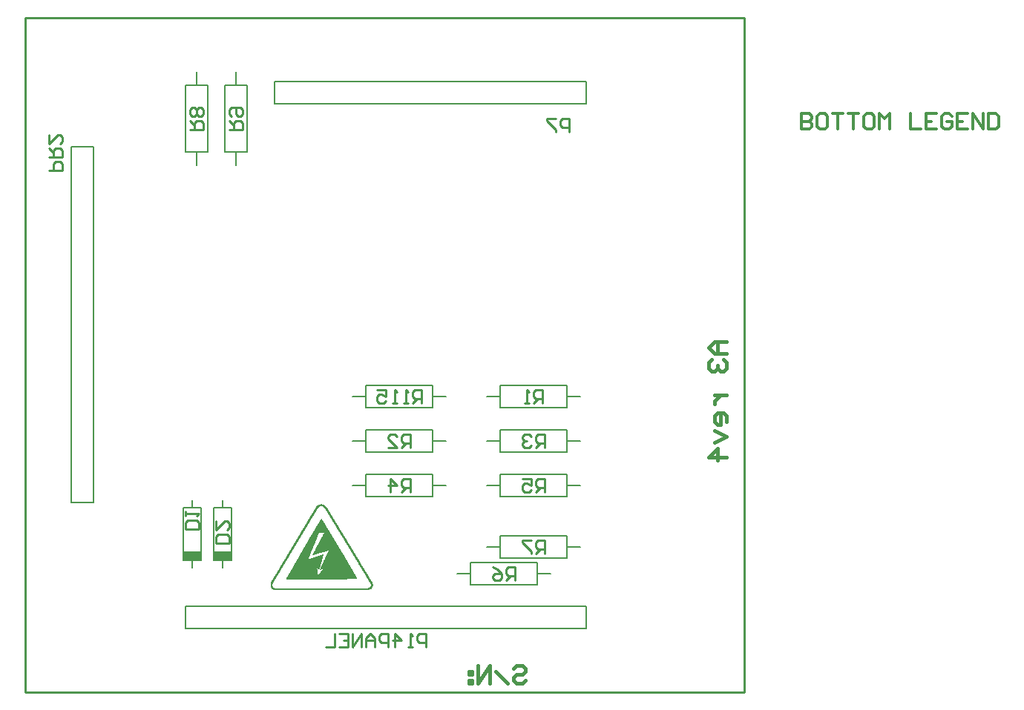
<source format=gbo>
G04 Layer_Color=16777215*
%FSLAX25Y25*%
%MOIN*%
G70*
G01*
G75*
%ADD12C,0.01200*%
%ADD32C,0.01600*%
%ADD36C,0.01000*%
%ADD37C,0.00400*%
%ADD57C,0.00787*%
%ADD58R,0.07874X0.03937*%
D12*
X348561Y260147D02*
Y253149D01*
X352060D01*
X353226Y254315D01*
Y255481D01*
X352060Y256648D01*
X348561D01*
X352060D01*
X353226Y257814D01*
Y258980D01*
X352060Y260147D01*
X348561D01*
X359057D02*
X356725D01*
X355558Y258980D01*
Y254315D01*
X356725Y253149D01*
X359057D01*
X360224Y254315D01*
Y258980D01*
X359057Y260147D01*
X362556D02*
X367221D01*
X364889D01*
Y253149D01*
X369554Y260147D02*
X374219D01*
X371886D01*
Y253149D01*
X380050Y260147D02*
X377718D01*
X376552Y258980D01*
Y254315D01*
X377718Y253149D01*
X380050D01*
X381217Y254315D01*
Y258980D01*
X380050Y260147D01*
X383549Y253149D02*
Y260147D01*
X385882Y257814D01*
X388214Y260147D01*
Y253149D01*
X397545Y260147D02*
Y253149D01*
X402210D01*
X409208Y260147D02*
X404542D01*
Y253149D01*
X409208D01*
X404542Y256648D02*
X406875D01*
X416206Y258980D02*
X415039Y260147D01*
X412707D01*
X411540Y258980D01*
Y254315D01*
X412707Y253149D01*
X415039D01*
X416206Y254315D01*
Y256648D01*
X413873D01*
X423203Y260147D02*
X418538D01*
Y253149D01*
X423203D01*
X418538Y256648D02*
X420871D01*
X425536Y253149D02*
Y260147D01*
X430201Y253149D01*
Y260147D01*
X432534D02*
Y253149D01*
X436032D01*
X437199Y254315D01*
Y258980D01*
X436032Y260147D01*
X432534D01*
D32*
X219078Y10601D02*
X220411Y11934D01*
X223077D01*
X224410Y10601D01*
Y9269D01*
X223077Y7936D01*
X220411D01*
X219078Y6603D01*
Y5270D01*
X220411Y3937D01*
X223077D01*
X224410Y5270D01*
X216412Y3937D02*
X211080Y9269D01*
X208415Y3937D02*
Y11934D01*
X203083Y3937D01*
Y11934D01*
X200417Y9269D02*
X199084D01*
Y7936D01*
X200417D01*
Y9269D01*
Y5270D02*
X199084D01*
Y3937D01*
X200417D01*
Y5270D01*
X314961Y157480D02*
X309629D01*
X306963Y154815D01*
X309629Y152149D01*
X314961D01*
X310962D01*
Y157480D01*
X308296Y149483D02*
X306963Y148150D01*
Y145484D01*
X308296Y144151D01*
X309629D01*
X310962Y145484D01*
Y146817D01*
Y145484D01*
X312295Y144151D01*
X313628D01*
X314961Y145484D01*
Y148150D01*
X313628Y149483D01*
X309629Y133488D02*
X314961D01*
X312295D01*
X310962Y132155D01*
X309629Y130822D01*
Y129489D01*
X314961Y121492D02*
Y124158D01*
X313628Y125491D01*
X310962D01*
X309629Y124158D01*
Y121492D01*
X310962Y120159D01*
X312295D01*
Y125491D01*
X309629Y117493D02*
X314961Y114828D01*
X309629Y112162D01*
X314961Y105497D02*
X306963D01*
X310962Y109496D01*
Y104164D01*
D36*
X322835Y0D02*
Y303150D01*
X0D02*
X322835D01*
X0Y0D02*
Y303150D01*
Y0D02*
X322835D01*
X77798Y73200D02*
X71800D01*
Y76199D01*
X72800Y77199D01*
X76798D01*
X77798Y76199D01*
Y73200D01*
X71800Y79198D02*
Y81197D01*
Y80198D01*
X77798D01*
X76798Y79198D01*
X91517Y67032D02*
X85519D01*
Y70031D01*
X86519Y71031D01*
X90517D01*
X91517Y70031D01*
Y67032D01*
X85519Y77029D02*
Y73030D01*
X89518Y77029D01*
X90517D01*
X91517Y76029D01*
Y74030D01*
X90517Y73030D01*
X91488Y252874D02*
X97486D01*
Y255873D01*
X96487Y256873D01*
X94487D01*
X93488Y255873D01*
Y252874D01*
Y254873D02*
X91488Y256873D01*
X92488Y258872D02*
X91488Y259872D01*
Y261871D01*
X92488Y262871D01*
X96487D01*
X97486Y261871D01*
Y259872D01*
X96487Y258872D01*
X95487D01*
X94487Y259872D01*
Y262871D01*
X10531Y234500D02*
X16530D01*
Y237499D01*
X15530Y238499D01*
X13531D01*
X12531Y237499D01*
Y234500D01*
X10531Y240498D02*
X16530D01*
Y243497D01*
X15530Y244497D01*
X13531D01*
X12531Y243497D01*
Y240498D01*
Y242497D02*
X10531Y244497D01*
Y250495D02*
Y246496D01*
X14530Y250495D01*
X15530D01*
X16530Y249495D01*
Y247496D01*
X15530Y246496D01*
X244094Y251969D02*
Y257967D01*
X241095D01*
X240096Y256967D01*
Y254967D01*
X241095Y253968D01*
X244094D01*
X238096Y257967D02*
X234098D01*
Y256967D01*
X238096Y252968D01*
Y251969D01*
X179921Y20079D02*
Y26077D01*
X176922D01*
X175923Y25077D01*
Y23078D01*
X176922Y22078D01*
X179921D01*
X173923Y20079D02*
X171924D01*
X172924D01*
Y26077D01*
X173923Y25077D01*
X165926Y20079D02*
Y26077D01*
X168925Y23078D01*
X164926D01*
X162927Y20079D02*
Y26077D01*
X159928D01*
X158928Y25077D01*
Y23078D01*
X159928Y22078D01*
X162927D01*
X156929Y20079D02*
Y24077D01*
X154929Y26077D01*
X152930Y24077D01*
Y20079D01*
Y23078D01*
X156929D01*
X150931Y20079D02*
Y26077D01*
X146932Y20079D01*
Y26077D01*
X140934D02*
X144933D01*
Y20079D01*
X140934D01*
X144933Y23078D02*
X142933D01*
X138935Y26077D02*
Y20079D01*
X134936D01*
X232268Y129736D02*
Y135734D01*
X229269D01*
X228269Y134735D01*
Y132735D01*
X229269Y131736D01*
X232268D01*
X230268D02*
X228269Y129736D01*
X226270D02*
X224270D01*
X225270D01*
Y135734D01*
X226270Y134735D01*
X172736Y109736D02*
Y115734D01*
X169737D01*
X168737Y114735D01*
Y112735D01*
X169737Y111736D01*
X172736D01*
X170737D02*
X168737Y109736D01*
X162740D02*
X166738D01*
X162740Y113735D01*
Y114735D01*
X163739Y115734D01*
X165738D01*
X166738Y114735D01*
X233268Y109736D02*
Y115734D01*
X230269D01*
X229269Y114735D01*
Y112735D01*
X230269Y111736D01*
X233268D01*
X231268D02*
X229269Y109736D01*
X227270Y114735D02*
X226270Y115734D01*
X224271D01*
X223271Y114735D01*
Y113735D01*
X224271Y112735D01*
X225270D01*
X224271D01*
X223271Y111736D01*
Y110736D01*
X224271Y109736D01*
X226270D01*
X227270Y110736D01*
X172736Y89736D02*
Y95734D01*
X169737D01*
X168737Y94735D01*
Y92735D01*
X169737Y91736D01*
X172736D01*
X170737D02*
X168737Y89736D01*
X163739D02*
Y95734D01*
X166738Y92735D01*
X162740D01*
X233268Y89736D02*
Y95734D01*
X230269D01*
X229269Y94735D01*
Y92735D01*
X230269Y91736D01*
X233268D01*
X231268D02*
X229269Y89736D01*
X223271Y95734D02*
X227270D01*
Y92735D01*
X225270Y93735D01*
X224271D01*
X223271Y92735D01*
Y90736D01*
X224271Y89736D01*
X226270D01*
X227270Y90736D01*
X219736Y50236D02*
Y56234D01*
X216737D01*
X215738Y55235D01*
Y53235D01*
X216737Y52236D01*
X219736D01*
X217737D02*
X215738Y50236D01*
X209739Y56234D02*
X211739Y55235D01*
X213738Y53235D01*
Y51236D01*
X212738Y50236D01*
X210739D01*
X209739Y51236D01*
Y52236D01*
X210739Y53235D01*
X213738D01*
X233268Y62236D02*
Y68234D01*
X230269D01*
X229269Y67235D01*
Y65235D01*
X230269Y64236D01*
X233268D01*
X231268D02*
X229269Y62236D01*
X227270Y68234D02*
X223271D01*
Y67235D01*
X227270Y63236D01*
Y62236D01*
X177736Y129736D02*
Y135734D01*
X174737D01*
X173738Y134735D01*
Y132735D01*
X174737Y131736D01*
X177736D01*
X175737D02*
X173738Y129736D01*
X171738D02*
X169739D01*
X170738D01*
Y135734D01*
X171738Y134735D01*
X166740Y129736D02*
X164740D01*
X165740D01*
Y135734D01*
X166740Y134735D01*
X157743Y135734D02*
X161741D01*
Y132735D01*
X159742Y133735D01*
X158742D01*
X157743Y132735D01*
Y130736D01*
X158742Y129736D01*
X160742D01*
X161741Y130736D01*
X73772Y252874D02*
X79770D01*
Y255873D01*
X78770Y256873D01*
X76771D01*
X75771Y255873D01*
Y252874D01*
Y254873D02*
X73772Y256873D01*
X78770Y258872D02*
X79770Y259872D01*
Y261871D01*
X78770Y262871D01*
X77770D01*
X76771Y261871D01*
X75771Y262871D01*
X74771D01*
X73772Y261871D01*
Y259872D01*
X74771Y258872D01*
X75771D01*
X76771Y259872D01*
X77770Y258872D01*
X78770D01*
X76771Y259872D02*
Y261871D01*
D37*
X132482Y84425D02*
X132904D01*
X132075Y84344D02*
X133391D01*
X131832Y84263D02*
X133635D01*
X131669Y84181D02*
X133798D01*
X131507Y84100D02*
X133960D01*
X131344Y84019D02*
X134042D01*
X131263Y83938D02*
X134204D01*
X131182Y83856D02*
X134285D01*
X133213Y83775D02*
X134367D01*
X131019D02*
X132173D01*
X133457Y83694D02*
X134448D01*
X130938D02*
X132010D01*
X133619Y83613D02*
X134529D01*
X130857D02*
X131848D01*
X133782Y83531D02*
X134610D01*
X130775D02*
X131685D01*
X133863Y83450D02*
X134692D01*
X130694D02*
X131523D01*
X134025Y83369D02*
X134773D01*
X130694D02*
X131441D01*
X134107Y83288D02*
X134854D01*
X130613D02*
X131360D01*
X134188Y83206D02*
X134935D01*
X130532D02*
X131279D01*
X134269Y83125D02*
X134935D01*
X130450D02*
X131198D01*
X134350Y83044D02*
X135017D01*
X130450D02*
X131116D01*
X134432Y82963D02*
X135098D01*
X130369D02*
X131035D01*
X134432Y82881D02*
X135098D01*
X130288D02*
X130954D01*
X134513Y82800D02*
X135179D01*
X130288D02*
X130954D01*
X134594Y82719D02*
X135260D01*
X130207D02*
X130873D01*
X134594Y82638D02*
X135260D01*
X130125D02*
X130791D01*
X134675Y82556D02*
X135342D01*
X130125D02*
X130791D01*
X134757Y82475D02*
X135342D01*
X130044D02*
X130710D01*
X134757Y82394D02*
X135423D01*
X130044D02*
X130629D01*
X134838Y82313D02*
X135504D01*
X129963D02*
X130629D01*
X134838Y82231D02*
X135504D01*
X129882D02*
X130548D01*
X134919Y82150D02*
X135585D01*
X129882D02*
X130548D01*
X135000Y82069D02*
X135585D01*
X129800D02*
X130466D01*
X135000Y81988D02*
X135667D01*
X129800D02*
X130385D01*
X135082Y81906D02*
X135748D01*
X129719D02*
X130385D01*
X135082Y81825D02*
X135748D01*
X129638D02*
X130304D01*
X135163Y81744D02*
X135829D01*
X129638D02*
X130304D01*
X135244Y81662D02*
X135829D01*
X129557D02*
X130223D01*
X135244Y81581D02*
X135910D01*
X129557D02*
X130141D01*
X135325Y81500D02*
X135992D01*
X129475D02*
X130141D01*
X135406Y81419D02*
X135992D01*
X129394D02*
X130060D01*
X135406Y81337D02*
X136073D01*
X129394D02*
X130060D01*
X135488Y81256D02*
X136154D01*
X129313D02*
X129979D01*
X135488Y81175D02*
X136154D01*
X129313D02*
X129898D01*
X135569Y81094D02*
X136235D01*
X129232D02*
X129898D01*
X135650Y81012D02*
X136235D01*
X129150D02*
X129816D01*
X135650Y80931D02*
X136317D01*
X129150D02*
X129816D01*
X135731Y80850D02*
X136398D01*
X129069D02*
X129735D01*
X135731Y80769D02*
X136398D01*
X129069D02*
X129654D01*
X135813Y80687D02*
X136479D01*
X128988D02*
X129654D01*
X135894Y80606D02*
X136479D01*
X128907D02*
X129573D01*
X135894Y80525D02*
X136560D01*
X128907D02*
X129573D01*
X135975Y80444D02*
X136642D01*
X128825D02*
X129491D01*
X135975Y80362D02*
X136642D01*
X128825D02*
X129410D01*
X136056Y80281D02*
X136723D01*
X128744D02*
X129410D01*
X136138Y80200D02*
X136723D01*
X128663D02*
X129329D01*
X136138Y80119D02*
X136804D01*
X128663D02*
X129329D01*
X136219Y80037D02*
X136885D01*
X128582D02*
X129248D01*
X136219Y79956D02*
X136885D01*
X128582D02*
X129166D01*
X136300Y79875D02*
X136967D01*
X128500D02*
X129166D01*
X136381Y79794D02*
X136967D01*
X128419D02*
X129085D01*
X136381Y79712D02*
X137048D01*
X128419D02*
X129085D01*
X136463Y79631D02*
X137129D01*
X128338D02*
X129004D01*
X136463Y79550D02*
X137129D01*
X128338D02*
X128923D01*
X136544Y79469D02*
X137210D01*
X128256D02*
X128923D01*
X136625Y79387D02*
X137210D01*
X128256D02*
X128841D01*
X136625Y79306D02*
X137292D01*
X128175D02*
X128841D01*
X136706Y79225D02*
X137373D01*
X128094D02*
X128760D01*
X136706Y79144D02*
X137373D01*
X128094D02*
X128679D01*
X136788Y79062D02*
X137454D01*
X128013D02*
X128679D01*
X136869Y78981D02*
X137454D01*
X128013D02*
X128598D01*
X136869Y78900D02*
X137535D01*
X127931D02*
X128598D01*
X136950Y78819D02*
X137617D01*
X127850D02*
X128516D01*
X137031Y78737D02*
X137617D01*
X127850D02*
X128435D01*
X137031Y78656D02*
X137698D01*
X127769D02*
X128435D01*
X137113Y78575D02*
X137698D01*
X127769D02*
X128354D01*
X137113Y78494D02*
X137779D01*
X127688D02*
X128354D01*
X137194Y78412D02*
X137860D01*
X127606D02*
X128273D01*
X137275Y78331D02*
X137860D01*
X127606D02*
X128191D01*
X137275Y78250D02*
X137942D01*
X127525D02*
X128191D01*
X137356Y78169D02*
X138023D01*
X127525D02*
X128110D01*
X137356Y78088D02*
X138023D01*
X127444D02*
X128110D01*
X137438Y78006D02*
X138104D01*
X127363D02*
X128029D01*
X137519Y77925D02*
X138104D01*
X127363D02*
X127948D01*
X137519Y77844D02*
X138185D01*
X132725D02*
X132741D01*
X127281D02*
X127948D01*
X137600Y77763D02*
X138267D01*
X132725D02*
X132823D01*
X127281D02*
X127866D01*
X137600Y77681D02*
X138267D01*
X132644D02*
X132823D01*
X127200D02*
X127866D01*
X137681Y77600D02*
X138348D01*
X132644D02*
X132904D01*
X127119D02*
X127785D01*
X137763Y77519D02*
X138348D01*
X132563D02*
X132904D01*
X127119D02*
X127704D01*
X137763Y77438D02*
X138429D01*
X132482D02*
X132985D01*
X127038D02*
X127704D01*
X137844Y77356D02*
X138510D01*
X132482D02*
X133066D01*
X127038D02*
X127623D01*
X137844Y77275D02*
X138510D01*
X132400D02*
X133066D01*
X126956D02*
X127623D01*
X137925Y77194D02*
X138592D01*
X132400D02*
X133148D01*
X126875D02*
X127541D01*
X138006Y77113D02*
X138592D01*
X132319D02*
X133148D01*
X126875D02*
X127460D01*
X138006Y77031D02*
X138673D01*
X132319D02*
X133229D01*
X126794D02*
X127460D01*
X138088Y76950D02*
X138754D01*
X132238D02*
X133310D01*
X126794D02*
X127379D01*
X138088Y76869D02*
X138754D01*
X132157D02*
X133310D01*
X126713D02*
X127379D01*
X138169Y76788D02*
X138835D01*
X132157D02*
X133391D01*
X126631D02*
X127298D01*
X138250Y76706D02*
X138835D01*
X132075D02*
X133391D01*
X126631D02*
X127298D01*
X138250Y76625D02*
X138917D01*
X132075D02*
X133473D01*
X126550D02*
X127216D01*
X138331Y76544D02*
X138998D01*
X131994D02*
X133554D01*
X126550D02*
X127135D01*
X138331Y76463D02*
X138998D01*
X131913D02*
X133554D01*
X126469D02*
X127135D01*
X138413Y76381D02*
X139079D01*
X131913D02*
X133635D01*
X126388D02*
X127054D01*
X138494Y76300D02*
X139079D01*
X131832D02*
X133716D01*
X126388D02*
X127054D01*
X138494Y76219D02*
X139160D01*
X131832D02*
X133716D01*
X126306D02*
X126973D01*
X138575Y76138D02*
X139242D01*
X131750D02*
X133798D01*
X126306D02*
X126892D01*
X138656Y76056D02*
X139242D01*
X131669D02*
X133798D01*
X126225D02*
X126892D01*
X138656Y75975D02*
X139323D01*
X131669D02*
X133879D01*
X126144D02*
X126810D01*
X138738Y75894D02*
X139323D01*
X131588D02*
X133960D01*
X126144D02*
X126810D01*
X138738Y75813D02*
X139404D01*
X131588D02*
X133960D01*
X126063D02*
X126729D01*
X138819Y75731D02*
X139485D01*
X131507D02*
X134042D01*
X126063D02*
X126648D01*
X138900Y75650D02*
X139485D01*
X131425D02*
X134042D01*
X125981D02*
X126648D01*
X138900Y75569D02*
X139567D01*
X131425D02*
X134123D01*
X125900D02*
X126567D01*
X138981Y75488D02*
X139648D01*
X131344D02*
X134204D01*
X125900D02*
X126567D01*
X138981Y75406D02*
X139648D01*
X131344D02*
X134204D01*
X125819D02*
X126485D01*
X139063Y75325D02*
X139729D01*
X131263D02*
X134285D01*
X125819D02*
X126404D01*
X139144Y75244D02*
X139729D01*
X131182D02*
X134285D01*
X125738D02*
X126404D01*
X139144Y75163D02*
X139810D01*
X131182D02*
X134367D01*
X125656D02*
X126323D01*
X139225Y75081D02*
X139892D01*
X131100D02*
X134448D01*
X125656D02*
X126323D01*
X139225Y75000D02*
X139892D01*
X131100D02*
X134448D01*
X125575D02*
X126242D01*
X139306Y74919D02*
X139973D01*
X131019D02*
X134529D01*
X125575D02*
X126160D01*
X139388Y74837D02*
X139973D01*
X130938D02*
X134529D01*
X125494D02*
X126160D01*
X139388Y74756D02*
X140054D01*
X130938D02*
X134610D01*
X125413D02*
X126079D01*
X139469Y74675D02*
X140135D01*
X130857D02*
X134692D01*
X125413D02*
X126079D01*
X139469Y74594D02*
X140135D01*
X130857D02*
X134692D01*
X125331D02*
X125998D01*
X139550Y74512D02*
X140217D01*
X130775D02*
X134773D01*
X125331D02*
X125917D01*
X139631Y74431D02*
X140217D01*
X130694D02*
X134773D01*
X125250D02*
X125917D01*
X139631Y74350D02*
X140298D01*
X130694D02*
X134854D01*
X125169D02*
X125835D01*
X139713Y74269D02*
X140379D01*
X130613D02*
X134935D01*
X125169D02*
X125835D01*
X139713Y74187D02*
X140379D01*
X130613D02*
X134935D01*
X125088D02*
X125754D01*
X139794Y74106D02*
X140460D01*
X130532D02*
X135017D01*
X125088D02*
X125673D01*
X139875Y74025D02*
X140460D01*
X130450D02*
X135098D01*
X125006D02*
X125673D01*
X139875Y73944D02*
X140542D01*
X130450D02*
X135098D01*
X124925D02*
X125592D01*
X139956Y73862D02*
X140623D01*
X130369D02*
X135179D01*
X124925D02*
X125592D01*
X139956Y73781D02*
X140623D01*
X130369D02*
X135179D01*
X124844D02*
X125510D01*
X140038Y73700D02*
X140704D01*
X130288D02*
X135260D01*
X124844D02*
X125429D01*
X140119Y73619D02*
X140704D01*
X130207D02*
X135342D01*
X124763D02*
X125429D01*
X140119Y73537D02*
X140785D01*
X130207D02*
X135342D01*
X124681D02*
X125348D01*
X140200Y73456D02*
X140866D01*
X130125D02*
X135423D01*
X124681D02*
X125348D01*
X140281Y73375D02*
X140866D01*
X130125D02*
X135423D01*
X124600D02*
X125267D01*
X140281Y73294D02*
X140948D01*
X130044D02*
X135504D01*
X124600D02*
X125185D01*
X140363Y73212D02*
X140948D01*
X129963D02*
X135585D01*
X124519D02*
X125185D01*
X140363Y73131D02*
X141029D01*
X129963D02*
X135585D01*
X124438D02*
X125104D01*
X140444Y73050D02*
X141110D01*
X129882D02*
X135667D01*
X124438D02*
X125104D01*
X140525Y72969D02*
X141110D01*
X129882D02*
X135667D01*
X124356D02*
X125023D01*
X140525Y72887D02*
X141191D01*
X129800D02*
X135748D01*
X124356D02*
X124942D01*
X140606Y72806D02*
X141273D01*
X129719D02*
X135829D01*
X124275D02*
X124942D01*
X140606Y72725D02*
X141273D01*
X129719D02*
X135829D01*
X124275D02*
X124860D01*
X140688Y72644D02*
X141354D01*
X129638D02*
X135910D01*
X124194D02*
X124860D01*
X140769Y72562D02*
X141354D01*
X129638D02*
X135910D01*
X124113D02*
X124779D01*
X140769Y72481D02*
X141435D01*
X129557D02*
X135992D01*
X124113D02*
X124698D01*
X140850Y72400D02*
X141516D01*
X129475D02*
X136073D01*
X124031D02*
X124698D01*
X140850Y72319D02*
X141516D01*
X129475D02*
X136073D01*
X124031D02*
X124617D01*
X140931Y72237D02*
X141598D01*
X129394D02*
X136154D01*
X123950D02*
X124617D01*
X141013Y72156D02*
X141598D01*
X129394D02*
X136154D01*
X123869D02*
X124535D01*
X141013Y72075D02*
X141679D01*
X129313D02*
X136235D01*
X123869D02*
X124454D01*
X141094Y71994D02*
X141760D01*
X129232D02*
X136317D01*
X123788D02*
X124454D01*
X141094Y71912D02*
X141760D01*
X129232D02*
X136317D01*
X123788D02*
X124373D01*
X141175Y71831D02*
X141841D01*
X134269D02*
X136398D01*
X129150D02*
X131604D01*
X123706D02*
X124373D01*
X141256Y71750D02*
X141841D01*
X134269D02*
X136398D01*
X129150D02*
X131523D01*
X123625D02*
X124292D01*
X141256Y71669D02*
X141923D01*
X134188D02*
X136479D01*
X129069D02*
X131441D01*
X123625D02*
X124210D01*
X141338Y71588D02*
X142004D01*
X134188D02*
X136560D01*
X128988D02*
X131441D01*
X123544D02*
X124210D01*
X141338Y71506D02*
X142004D01*
X134107D02*
X136560D01*
X128988D02*
X131360D01*
X123544D02*
X124129D01*
X141419Y71425D02*
X142085D01*
X134107D02*
X136642D01*
X128907D02*
X131360D01*
X123463D02*
X124129D01*
X141500Y71344D02*
X142085D01*
X134025D02*
X136723D01*
X128907D02*
X131360D01*
X123381D02*
X124048D01*
X141500Y71263D02*
X142166D01*
X133944D02*
X136723D01*
X128825D02*
X131279D01*
X123381D02*
X123967D01*
X141581Y71181D02*
X142248D01*
X133944D02*
X136804D01*
X128744D02*
X131279D01*
X123300D02*
X123967D01*
X141581Y71100D02*
X142248D01*
X133863D02*
X136804D01*
X128744D02*
X131198D01*
X123300D02*
X123885D01*
X141663Y71019D02*
X142329D01*
X133863D02*
X136885D01*
X128663D02*
X131198D01*
X123219D02*
X123885D01*
X141744Y70938D02*
X142329D01*
X133782D02*
X136967D01*
X128663D02*
X131116D01*
X123138D02*
X123804D01*
X141744Y70856D02*
X142410D01*
X133782D02*
X136967D01*
X128582D02*
X131116D01*
X123138D02*
X123723D01*
X141825Y70775D02*
X142491D01*
X133700D02*
X137048D01*
X128500D02*
X131116D01*
X123056D02*
X123723D01*
X141906Y70694D02*
X142491D01*
X133700D02*
X137048D01*
X128500D02*
X131035D01*
X123056D02*
X123642D01*
X141906Y70613D02*
X142573D01*
X133619D02*
X137129D01*
X128419D02*
X131035D01*
X122975D02*
X123642D01*
X141988Y70531D02*
X142573D01*
X133619D02*
X137210D01*
X128419D02*
X130954D01*
X122894D02*
X123560D01*
X141988Y70450D02*
X142654D01*
X133538D02*
X137210D01*
X128338D02*
X130954D01*
X122894D02*
X123560D01*
X142069Y70369D02*
X142735D01*
X133538D02*
X137292D01*
X128338D02*
X130954D01*
X122813D02*
X123479D01*
X142150Y70288D02*
X142735D01*
X133457D02*
X137292D01*
X128256D02*
X130873D01*
X122813D02*
X123398D01*
X142150Y70206D02*
X142816D01*
X133457D02*
X137373D01*
X128175D02*
X130873D01*
X122731D02*
X123398D01*
X142232Y70125D02*
X142898D01*
X133375D02*
X137454D01*
X128175D02*
X130791D01*
X122650D02*
X123317D01*
X142232Y70044D02*
X142898D01*
X133375D02*
X137454D01*
X128094D02*
X130791D01*
X122650D02*
X123317D01*
X142313Y69963D02*
X142979D01*
X133294D02*
X137535D01*
X128094D02*
X130791D01*
X122569D02*
X123235D01*
X142394Y69881D02*
X142979D01*
X133213D02*
X137535D01*
X128013D02*
X130710D01*
X122569D02*
X123154D01*
X142394Y69800D02*
X143060D01*
X133213D02*
X137617D01*
X127931D02*
X130710D01*
X122488D02*
X123154D01*
X142475Y69719D02*
X143141D01*
X133132D02*
X137698D01*
X127931D02*
X130629D01*
X122406D02*
X123073D01*
X142475Y69638D02*
X143141D01*
X133132D02*
X137698D01*
X127850D02*
X130629D01*
X122406D02*
X123073D01*
X142557Y69556D02*
X143223D01*
X133050D02*
X137779D01*
X127850D02*
X130629D01*
X122325D02*
X122992D01*
X142638Y69475D02*
X143223D01*
X133050D02*
X137779D01*
X127769D02*
X130548D01*
X122325D02*
X122910D01*
X142638Y69394D02*
X143304D01*
X132969D02*
X137860D01*
X127688D02*
X130548D01*
X122244D02*
X122910D01*
X142719Y69313D02*
X143385D01*
X132969D02*
X137942D01*
X127688D02*
X130466D01*
X122163D02*
X122829D01*
X142719Y69231D02*
X143385D01*
X132888D02*
X137942D01*
X127606D02*
X130466D01*
X122163D02*
X122829D01*
X142800Y69150D02*
X143466D01*
X132888D02*
X138023D01*
X127606D02*
X130385D01*
X122081D02*
X122748D01*
X142882Y69069D02*
X143466D01*
X132807D02*
X138104D01*
X127525D02*
X130385D01*
X122081D02*
X122667D01*
X142882Y68988D02*
X143548D01*
X132807D02*
X138104D01*
X127444D02*
X130385D01*
X122000D02*
X122667D01*
X142963Y68906D02*
X143629D01*
X132725D02*
X138185D01*
X127444D02*
X130304D01*
X121919D02*
X122585D01*
X142963Y68825D02*
X143629D01*
X132725D02*
X138185D01*
X127363D02*
X130304D01*
X121919D02*
X122585D01*
X143044Y68744D02*
X143710D01*
X132644D02*
X138267D01*
X127363D02*
X130223D01*
X121838D02*
X122504D01*
X143125Y68663D02*
X143710D01*
X132563D02*
X138348D01*
X127281D02*
X130223D01*
X121838D02*
X122423D01*
X143125Y68581D02*
X143791D01*
X132563D02*
X138348D01*
X127200D02*
X130223D01*
X121756D02*
X122423D01*
X143207Y68500D02*
X143873D01*
X132482D02*
X138429D01*
X127200D02*
X130141D01*
X121675D02*
X122342D01*
X143207Y68419D02*
X143873D01*
X132482D02*
X138429D01*
X127119D02*
X130141D01*
X121675D02*
X122342D01*
X143288Y68338D02*
X143954D01*
X132400D02*
X138510D01*
X127119D02*
X130060D01*
X121594D02*
X122260D01*
X143369Y68256D02*
X143954D01*
X132400D02*
X138592D01*
X127038D02*
X130060D01*
X121594D02*
X122179D01*
X143369Y68175D02*
X144035D01*
X132319D02*
X138592D01*
X126956D02*
X130060D01*
X121513D02*
X122179D01*
X143450Y68094D02*
X144116D01*
X132319D02*
X138673D01*
X126956D02*
X129979D01*
X121432D02*
X122098D01*
X143532Y68012D02*
X144116D01*
X132238D02*
X138673D01*
X126875D02*
X129979D01*
X121432D02*
X122098D01*
X143532Y67931D02*
X144198D01*
X132238D02*
X138754D01*
X126875D02*
X129898D01*
X121350D02*
X122017D01*
X143613Y67850D02*
X144198D01*
X132157D02*
X138835D01*
X126794D02*
X129898D01*
X121350D02*
X121935D01*
X143613Y67769D02*
X144279D01*
X132157D02*
X138835D01*
X126713D02*
X129898D01*
X121269D02*
X121935D01*
X143694Y67687D02*
X144360D01*
X132075D02*
X138917D01*
X126713D02*
X129816D01*
X121188D02*
X121854D01*
X143775Y67606D02*
X144360D01*
X132075D02*
X138917D01*
X126631D02*
X129816D01*
X121188D02*
X121854D01*
X143775Y67525D02*
X144441D01*
X131994D02*
X138998D01*
X126631D02*
X129735D01*
X121107D02*
X121773D01*
X143857Y67444D02*
X144523D01*
X131994D02*
X139079D01*
X126550D02*
X129735D01*
X121107D02*
X121692D01*
X143857Y67362D02*
X144523D01*
X131913D02*
X139079D01*
X126550D02*
X129735D01*
X121025D02*
X121692D01*
X143938Y67281D02*
X144604D01*
X131832D02*
X139160D01*
X126469D02*
X129654D01*
X120944D02*
X121610D01*
X144019Y67200D02*
X144604D01*
X131832D02*
X139160D01*
X126388D02*
X129654D01*
X120944D02*
X121610D01*
X144019Y67119D02*
X144685D01*
X131750D02*
X139242D01*
X126388D02*
X129573D01*
X120863D02*
X121529D01*
X144100Y67037D02*
X144766D01*
X131750D02*
X139323D01*
X126306D02*
X129573D01*
X120863D02*
X121448D01*
X144100Y66956D02*
X144766D01*
X131669D02*
X139323D01*
X126306D02*
X129491D01*
X120782D02*
X121448D01*
X144182Y66875D02*
X144848D01*
X131669D02*
X139404D01*
X126225D02*
X129491D01*
X120700D02*
X121367D01*
X144263Y66794D02*
X144848D01*
X131588D02*
X139404D01*
X126225D02*
X129491D01*
X120700D02*
X121367D01*
X144263Y66712D02*
X144929D01*
X131588D02*
X139485D01*
X126144D02*
X129410D01*
X120619D02*
X121285D01*
X144344Y66631D02*
X145010D01*
X131507D02*
X139567D01*
X126063D02*
X129410D01*
X120619D02*
X121204D01*
X144344Y66550D02*
X145010D01*
X131507D02*
X139567D01*
X126063D02*
X129329D01*
X120538D02*
X121204D01*
X144425Y66469D02*
X145091D01*
X131425D02*
X139648D01*
X125981D02*
X129329D01*
X120538D02*
X121123D01*
X144507Y66387D02*
X145091D01*
X131425D02*
X139729D01*
X125981D02*
X129329D01*
X120457D02*
X121123D01*
X144507Y66306D02*
X145173D01*
X131344D02*
X139729D01*
X125900D02*
X129248D01*
X120375D02*
X121042D01*
X144588Y66225D02*
X145254D01*
X131344D02*
X139810D01*
X125900D02*
X129248D01*
X120375D02*
X120960D01*
X144588Y66144D02*
X145254D01*
X131263D02*
X139810D01*
X125819D02*
X129166D01*
X120294D02*
X120960D01*
X144669Y66062D02*
X145335D01*
X131263D02*
X139892D01*
X125738D02*
X129166D01*
X120294D02*
X120879D01*
X144750Y65981D02*
X145335D01*
X131182D02*
X139973D01*
X125738D02*
X129166D01*
X120213D02*
X120879D01*
X144750Y65900D02*
X145416D01*
X131100D02*
X139973D01*
X125656D02*
X129085D01*
X120132D02*
X120798D01*
X144832Y65819D02*
X145498D01*
X131100D02*
X140054D01*
X125656D02*
X129085D01*
X120132D02*
X120717D01*
X144832Y65737D02*
X145498D01*
X131019D02*
X140054D01*
X125575D02*
X129004D01*
X120050D02*
X120717D01*
X144913Y65656D02*
X145579D01*
X131019D02*
X140135D01*
X125575D02*
X129004D01*
X120050D02*
X120635D01*
X144994Y65575D02*
X145579D01*
X130938D02*
X140217D01*
X125494D02*
X129004D01*
X119969D02*
X120635D01*
X144994Y65494D02*
X145660D01*
X130938D02*
X140217D01*
X125413D02*
X128923D01*
X119888D02*
X120554D01*
X145075Y65412D02*
X145741D01*
X130857D02*
X140298D01*
X125413D02*
X128923D01*
X119888D02*
X120473D01*
X145157Y65331D02*
X145741D01*
X130857D02*
X140298D01*
X125331D02*
X128841D01*
X119807D02*
X120473D01*
X145157Y65250D02*
X145823D01*
X130775D02*
X140379D01*
X125331D02*
X128841D01*
X119807D02*
X120391D01*
X145238Y65169D02*
X145823D01*
X130775D02*
X140460D01*
X125250D02*
X128760D01*
X119725D02*
X120391D01*
X145238Y65087D02*
X145904D01*
X130694D02*
X140460D01*
X125250D02*
X128760D01*
X119644D02*
X120310D01*
X145319Y65006D02*
X145985D01*
X130694D02*
X140542D01*
X125169D02*
X128760D01*
X119644D02*
X120229D01*
X145400Y64925D02*
X145985D01*
X130613D02*
X140542D01*
X125088D02*
X128679D01*
X119563D02*
X120229D01*
X145400Y64844D02*
X146066D01*
X130613D02*
X140623D01*
X125088D02*
X128679D01*
X119563D02*
X120148D01*
X145482Y64763D02*
X146148D01*
X130532D02*
X140704D01*
X125006D02*
X128598D01*
X119482D02*
X120148D01*
X145482Y64681D02*
X146148D01*
X130532D02*
X140704D01*
X125006D02*
X128598D01*
X119400D02*
X120066D01*
X145563Y64600D02*
X146229D01*
X130450D02*
X140785D01*
X124925D02*
X128598D01*
X119400D02*
X119985D01*
X145644Y64519D02*
X146229D01*
X130369D02*
X140785D01*
X124925D02*
X128516D01*
X119319D02*
X119985D01*
X145644Y64438D02*
X146310D01*
X130369D02*
X140866D01*
X124844D02*
X128516D01*
X119319D02*
X119904D01*
X145725Y64356D02*
X146391D01*
X130288D02*
X140948D01*
X124763D02*
X128435D01*
X119238D02*
X119904D01*
X145725Y64275D02*
X146391D01*
X130288D02*
X140948D01*
X124763D02*
X128435D01*
X119157D02*
X119823D01*
X145807Y64194D02*
X146473D01*
X130207D02*
X141029D01*
X124681D02*
X128435D01*
X119157D02*
X119741D01*
X145888Y64113D02*
X146473D01*
X130207D02*
X141110D01*
X124681D02*
X128354D01*
X119075D02*
X119741D01*
X145888Y64031D02*
X146554D01*
X136381D02*
X141110D01*
X130125D02*
X136154D01*
X124600D02*
X128354D01*
X119075D02*
X119660D01*
X145969Y63950D02*
X146635D01*
X136300D02*
X141191D01*
X130125D02*
X135910D01*
X124600D02*
X128273D01*
X118994D02*
X119660D01*
X145969Y63869D02*
X146635D01*
X136300D02*
X141191D01*
X130044D02*
X135585D01*
X124519D02*
X128273D01*
X118913D02*
X119579D01*
X146050Y63788D02*
X146716D01*
X136300D02*
X141273D01*
X130044D02*
X135342D01*
X124438D02*
X128273D01*
X118913D02*
X119579D01*
X146132Y63706D02*
X146716D01*
X136219D02*
X141354D01*
X129963D02*
X135098D01*
X124438D02*
X128191D01*
X118832D02*
X119498D01*
X146132Y63625D02*
X146798D01*
X136219D02*
X141354D01*
X129963D02*
X134854D01*
X124356D02*
X128191D01*
X118832D02*
X119416D01*
X146213Y63544D02*
X146879D01*
X136138D02*
X141435D01*
X129882D02*
X134610D01*
X124356D02*
X128110D01*
X118750D02*
X119416D01*
X146213Y63463D02*
X146879D01*
X136138D02*
X141435D01*
X129882D02*
X134285D01*
X124275D02*
X128110D01*
X118669D02*
X119335D01*
X146294Y63381D02*
X146960D01*
X136056D02*
X141516D01*
X129800D02*
X134042D01*
X124275D02*
X128029D01*
X118669D02*
X119335D01*
X146375Y63300D02*
X146960D01*
X136056D02*
X141598D01*
X129719D02*
X133798D01*
X124194D02*
X128029D01*
X118588D02*
X119254D01*
X146375Y63219D02*
X147041D01*
X135975D02*
X141598D01*
X129719D02*
X133554D01*
X124113D02*
X128029D01*
X118588D02*
X119173D01*
X146457Y63138D02*
X147123D01*
X135975D02*
X141679D01*
X129638D02*
X133229D01*
X124113D02*
X127948D01*
X118507D02*
X119173D01*
X146457Y63056D02*
X147123D01*
X135894D02*
X141679D01*
X129638D02*
X132985D01*
X124031D02*
X127948D01*
X118425D02*
X119091D01*
X146538Y62975D02*
X147204D01*
X135894D02*
X141760D01*
X129557D02*
X132741D01*
X124031D02*
X127866D01*
X118425D02*
X119091D01*
X146619Y62894D02*
X147204D01*
X135813D02*
X141841D01*
X129557D02*
X132498D01*
X123950D02*
X127866D01*
X118344D02*
X119010D01*
X146619Y62813D02*
X147285D01*
X135813D02*
X141841D01*
X129475D02*
X132173D01*
X123950D02*
X127866D01*
X118344D02*
X118929D01*
X146700Y62731D02*
X147366D01*
X135731D02*
X141923D01*
X129475D02*
X131929D01*
X123869D02*
X127785D01*
X118263D02*
X118929D01*
X146782Y62650D02*
X147366D01*
X135731D02*
X141923D01*
X129394D02*
X131685D01*
X123788D02*
X127785D01*
X118182D02*
X118848D01*
X146782Y62569D02*
X147448D01*
X135731D02*
X142004D01*
X129394D02*
X131441D01*
X123788D02*
X127704D01*
X118182D02*
X118848D01*
X146863Y62488D02*
X147448D01*
X135650D02*
X142085D01*
X129313D02*
X131198D01*
X123706D02*
X127704D01*
X118100D02*
X118766D01*
X146863Y62406D02*
X147529D01*
X135650D02*
X142085D01*
X129313D02*
X130873D01*
X123706D02*
X127704D01*
X118100D02*
X118685D01*
X146944Y62325D02*
X147610D01*
X135569D02*
X142166D01*
X129232D02*
X130629D01*
X123625D02*
X127623D01*
X118019D02*
X118685D01*
X147025Y62244D02*
X147610D01*
X135569D02*
X142166D01*
X129232D02*
X130385D01*
X123625D02*
X127623D01*
X117938D02*
X118604D01*
X147025Y62163D02*
X147692D01*
X135488D02*
X142248D01*
X129150D02*
X130141D01*
X123544D02*
X127541D01*
X117938D02*
X118604D01*
X147107Y62081D02*
X147773D01*
X135488D02*
X142329D01*
X129150D02*
X129816D01*
X123463D02*
X127541D01*
X117857D02*
X118523D01*
X147107Y62000D02*
X147773D01*
X135406D02*
X142329D01*
X129069D02*
X129573D01*
X123463D02*
X127541D01*
X117857D02*
X118441D01*
X147188Y61919D02*
X147854D01*
X135406D02*
X142410D01*
X133457D02*
X133473D01*
X128988D02*
X129329D01*
X123381D02*
X127460D01*
X117775D02*
X118441D01*
X147269Y61838D02*
X147854D01*
X135325D02*
X142410D01*
X133213D02*
X133473D01*
X128988D02*
X129085D01*
X123381D02*
X127460D01*
X117694D02*
X118360D01*
X147269Y61756D02*
X147935D01*
X135325D02*
X142491D01*
X133050D02*
X133473D01*
X123300D02*
X127379D01*
X117694D02*
X118360D01*
X147350Y61675D02*
X148017D01*
X135244D02*
X142573D01*
X132807D02*
X133391D01*
X123300D02*
X127379D01*
X117613D02*
X118279D01*
X147350Y61594D02*
X148017D01*
X135244D02*
X142573D01*
X132563D02*
X133391D01*
X123219D02*
X127298D01*
X117613D02*
X118198D01*
X147432Y61513D02*
X148098D01*
X135163D02*
X142654D01*
X132319D02*
X133391D01*
X123138D02*
X127298D01*
X117532D02*
X118198D01*
X147513Y61431D02*
X148098D01*
X135163D02*
X142735D01*
X132075D02*
X133391D01*
X123138D02*
X127298D01*
X117450D02*
X118116D01*
X147513Y61350D02*
X148179D01*
X135163D02*
X142735D01*
X131832D02*
X133310D01*
X123056D02*
X127216D01*
X117450D02*
X118116D01*
X147594Y61269D02*
X148260D01*
X135082D02*
X142816D01*
X131588D02*
X133310D01*
X123056D02*
X127216D01*
X117369D02*
X118035D01*
X147594Y61187D02*
X148260D01*
X135082D02*
X142816D01*
X131344D02*
X133310D01*
X122975D02*
X127135D01*
X117369D02*
X117954D01*
X147675Y61106D02*
X148342D01*
X135000D02*
X142898D01*
X131100D02*
X133310D01*
X122975D02*
X127135D01*
X117288D02*
X117954D01*
X147757Y61025D02*
X148342D01*
X135000D02*
X142979D01*
X130857D02*
X133229D01*
X122894D02*
X127135D01*
X117207D02*
X117873D01*
X147757Y60944D02*
X148423D01*
X134919D02*
X142979D01*
X130613D02*
X133229D01*
X122813D02*
X127054D01*
X117207D02*
X117873D01*
X147838Y60862D02*
X148504D01*
X134919D02*
X143060D01*
X130369D02*
X133229D01*
X122813D02*
X127054D01*
X117125D02*
X117791D01*
X147838Y60781D02*
X148504D01*
X134838D02*
X143060D01*
X130125D02*
X133148D01*
X122731D02*
X126973D01*
X117125D02*
X117710D01*
X147919Y60700D02*
X148585D01*
X134838D02*
X143141D01*
X129882D02*
X133148D01*
X122731D02*
X126973D01*
X117044D02*
X117710D01*
X148000Y60619D02*
X148585D01*
X134757D02*
X143141D01*
X129638D02*
X133148D01*
X122650D02*
X126973D01*
X116963D02*
X117629D01*
X148000Y60537D02*
X148667D01*
X134757D02*
X143223D01*
X129394D02*
X133148D01*
X122650D02*
X126892D01*
X116963D02*
X117629D01*
X148082Y60456D02*
X148748D01*
X134675D02*
X143304D01*
X129232D02*
X133066D01*
X122569D02*
X126892D01*
X116882D02*
X117548D01*
X148082Y60375D02*
X148748D01*
X134675D02*
X143304D01*
X128988D02*
X133066D01*
X122488D02*
X126810D01*
X116882D02*
X117466D01*
X148163Y60294D02*
X148829D01*
X134594D02*
X143385D01*
X128744D02*
X133066D01*
X122488D02*
X126810D01*
X116800D02*
X117466D01*
X148244Y60212D02*
X148829D01*
X134594D02*
X143385D01*
X128500D02*
X133066D01*
X122406D02*
X126810D01*
X116719D02*
X117385D01*
X148244Y60131D02*
X148910D01*
X134594D02*
X143466D01*
X128256D02*
X132985D01*
X122406D02*
X126729D01*
X116719D02*
X117385D01*
X148325Y60050D02*
X148992D01*
X134513D02*
X143548D01*
X128013D02*
X132985D01*
X122325D02*
X126729D01*
X116638D02*
X117304D01*
X148407Y59969D02*
X148992D01*
X134513D02*
X143548D01*
X127769D02*
X132985D01*
X122325D02*
X126648D01*
X116638D02*
X117223D01*
X148407Y59887D02*
X149073D01*
X134432D02*
X143629D01*
X127525D02*
X132985D01*
X122244D02*
X126648D01*
X116557D02*
X117223D01*
X148488Y59806D02*
X149073D01*
X134432D02*
X143629D01*
X127281D02*
X132904D01*
X122163D02*
X126567D01*
X116557D02*
X117141D01*
X148488Y59725D02*
X149154D01*
X134350D02*
X143710D01*
X127038D02*
X132904D01*
X122163D02*
X126567D01*
X116475D02*
X117141D01*
X148569Y59644D02*
X149235D01*
X134350D02*
X143710D01*
X126794D02*
X132904D01*
X122081D02*
X126567D01*
X116394D02*
X117060D01*
X148650Y59562D02*
X149235D01*
X134269D02*
X143791D01*
X122081D02*
X132823D01*
X116394D02*
X116979D01*
X148650Y59481D02*
X149317D01*
X134269D02*
X143873D01*
X122000D02*
X132823D01*
X116313D02*
X116979D01*
X148732Y59400D02*
X149398D01*
X134188D02*
X143873D01*
X122000D02*
X132823D01*
X116313D02*
X116898D01*
X148732Y59319D02*
X149398D01*
X134188D02*
X143954D01*
X121919D02*
X132823D01*
X116232D02*
X116898D01*
X148813Y59237D02*
X149479D01*
X134107D02*
X143954D01*
X121838D02*
X132741D01*
X116150D02*
X116816D01*
X148894Y59156D02*
X149479D01*
X134107D02*
X144035D01*
X121838D02*
X132741D01*
X116150D02*
X116735D01*
X148894Y59075D02*
X149560D01*
X134025D02*
X144116D01*
X121756D02*
X132741D01*
X116069D02*
X116735D01*
X148975Y58994D02*
X149642D01*
X134025D02*
X144116D01*
X121756D02*
X132741D01*
X116069D02*
X116654D01*
X148975Y58912D02*
X149642D01*
X134025D02*
X144198D01*
X121675D02*
X132660D01*
X115988D02*
X116654D01*
X149056Y58831D02*
X149723D01*
X133944D02*
X144198D01*
X121675D02*
X132660D01*
X115907D02*
X116573D01*
X149138Y58750D02*
X149723D01*
X133944D02*
X144279D01*
X121594D02*
X132660D01*
X115907D02*
X116491D01*
X149138Y58669D02*
X149804D01*
X133863D02*
X144279D01*
X121513D02*
X132579D01*
X115825D02*
X116491D01*
X149219Y58587D02*
X149885D01*
X133863D02*
X144360D01*
X121513D02*
X132579D01*
X115825D02*
X116410D01*
X149219Y58506D02*
X149885D01*
X133782D02*
X144441D01*
X121432D02*
X132579D01*
X115744D02*
X116410D01*
X149300Y58425D02*
X149967D01*
X133782D02*
X144441D01*
X121432D02*
X132579D01*
X115663D02*
X116329D01*
X149381Y58344D02*
X149967D01*
X133700D02*
X144523D01*
X121350D02*
X132498D01*
X115663D02*
X116248D01*
X149381Y58262D02*
X150048D01*
X133700D02*
X144523D01*
X121350D02*
X132498D01*
X115582D02*
X116248D01*
X149463Y58181D02*
X150129D01*
X133619D02*
X144604D01*
X121269D02*
X132498D01*
X115582D02*
X116166D01*
X149463Y58100D02*
X150129D01*
X133619D02*
X144604D01*
X121188D02*
X132498D01*
X115500D02*
X116166D01*
X149544Y58019D02*
X150210D01*
X133538D02*
X144685D01*
X121188D02*
X132416D01*
X115419D02*
X116085D01*
X149625Y57938D02*
X150210D01*
X133538D02*
X144766D01*
X121107D02*
X132416D01*
X115419D02*
X116004D01*
X149625Y57856D02*
X150292D01*
X133538D02*
X144766D01*
X121107D02*
X132416D01*
X115338D02*
X116004D01*
X149706Y57775D02*
X150373D01*
X133457D02*
X144848D01*
X121025D02*
X132416D01*
X115338D02*
X115923D01*
X149706Y57694D02*
X150373D01*
X133457D02*
X144848D01*
X121025D02*
X132335D01*
X115257D02*
X115923D01*
X149788Y57613D02*
X150454D01*
X133375D02*
X144929D01*
X120944D02*
X132335D01*
X115175D02*
X115841D01*
X149869Y57531D02*
X150454D01*
X133375D02*
X145010D01*
X120863D02*
X132335D01*
X115175D02*
X115841D01*
X149869Y57450D02*
X150535D01*
X133294D02*
X145010D01*
X120863D02*
X132254D01*
X115094D02*
X115760D01*
X149950Y57369D02*
X150617D01*
X133294D02*
X145091D01*
X120782D02*
X132254D01*
X115094D02*
X115679D01*
X150031Y57288D02*
X150617D01*
X133213D02*
X145091D01*
X120782D02*
X132254D01*
X115013D02*
X115679D01*
X150031Y57206D02*
X150698D01*
X133213D02*
X145173D01*
X120700D02*
X132254D01*
X114931D02*
X115598D01*
X150113Y57125D02*
X150698D01*
X133132D02*
X145173D01*
X120700D02*
X132173D01*
X114931D02*
X115598D01*
X150113Y57044D02*
X150779D01*
X133132D02*
X145254D01*
X120619D02*
X132173D01*
X114850D02*
X115516D01*
X150194Y56963D02*
X150860D01*
X133050D02*
X145335D01*
X120538D02*
X132173D01*
X114850D02*
X115435D01*
X150275Y56881D02*
X150860D01*
X133050D02*
X145335D01*
X120538D02*
X132173D01*
X114769D02*
X115435D01*
X150275Y56800D02*
X150942D01*
X132969D02*
X145416D01*
X120457D02*
X132091D01*
X114688D02*
X115354D01*
X150356Y56719D02*
X151023D01*
X132969D02*
X145416D01*
X120457D02*
X132091D01*
X114688D02*
X115354D01*
X150356Y56638D02*
X151023D01*
X132969D02*
X145498D01*
X120375D02*
X132091D01*
X114606D02*
X115273D01*
X150438Y56556D02*
X151104D01*
X132888D02*
X145579D01*
X120375D02*
X132010D01*
X114606D02*
X115191D01*
X150519Y56475D02*
X151104D01*
X132888D02*
X145579D01*
X120294D02*
X132010D01*
X114525D02*
X115191D01*
X150519Y56394D02*
X151185D01*
X132807D02*
X145660D01*
X120213D02*
X132010D01*
X114444D02*
X115110D01*
X150600Y56313D02*
X151267D01*
X132807D02*
X145660D01*
X120213D02*
X132010D01*
X114444D02*
X115110D01*
X150600Y56231D02*
X151267D01*
X132725D02*
X145741D01*
X120132D02*
X131929D01*
X114363D02*
X115029D01*
X150681Y56150D02*
X151348D01*
X132725D02*
X145741D01*
X130694D02*
X131929D01*
X120132D02*
X130548D01*
X114363D02*
X114948D01*
X150763Y56069D02*
X151348D01*
X132644D02*
X145823D01*
X130857D02*
X131929D01*
X120050D02*
X130548D01*
X114281D02*
X114948D01*
X150763Y55988D02*
X151429D01*
X132644D02*
X145904D01*
X130938D02*
X131929D01*
X120050D02*
X130548D01*
X114200D02*
X114866D01*
X150844Y55906D02*
X151510D01*
X132563D02*
X145904D01*
X131019D02*
X131848D01*
X119969D02*
X130548D01*
X114200D02*
X114866D01*
X150844Y55825D02*
X151510D01*
X132563D02*
X145985D01*
X131182D02*
X131848D01*
X119888D02*
X130548D01*
X114119D02*
X114785D01*
X150925Y55744D02*
X151592D01*
X132482D02*
X145985D01*
X131263D02*
X131848D01*
X119888D02*
X130629D01*
X114119D02*
X114704D01*
X151006Y55663D02*
X151592D01*
X132482D02*
X146066D01*
X131344D02*
X131848D01*
X119807D02*
X130629D01*
X114038D02*
X114704D01*
X151006Y55581D02*
X151673D01*
X133863D02*
X146066D01*
X132400D02*
X133635D01*
X131425D02*
X131766D01*
X119807D02*
X130629D01*
X113956D02*
X114623D01*
X151088Y55500D02*
X151754D01*
X137031D02*
X146148D01*
X132400D02*
X133310D01*
X131588D02*
X131766D01*
X119725D02*
X130629D01*
X113956D02*
X114623D01*
X151088Y55419D02*
X151754D01*
X133782D02*
X146229D01*
X132400D02*
X132985D01*
X131669D02*
X131766D01*
X119725D02*
X130629D01*
X113875D02*
X114541D01*
X151169Y55338D02*
X151835D01*
X133700D02*
X146229D01*
X132319D02*
X132579D01*
X119644D02*
X130629D01*
X113875D02*
X114460D01*
X151250Y55256D02*
X151835D01*
X133619D02*
X146310D01*
X119563D02*
X130710D01*
X113794D02*
X114460D01*
X151250Y55175D02*
X151917D01*
X133538D02*
X146310D01*
X119563D02*
X130710D01*
X113713D02*
X114379D01*
X151331Y55094D02*
X151998D01*
X133457D02*
X146391D01*
X119482D02*
X130710D01*
X113713D02*
X114379D01*
X151331Y55013D02*
X151998D01*
X133457D02*
X146473D01*
X119482D02*
X130710D01*
X113631D02*
X114298D01*
X151413Y54931D02*
X152079D01*
X133375D02*
X146473D01*
X119400D02*
X130710D01*
X113631D02*
X114216D01*
X151494Y54850D02*
X152079D01*
X133294D02*
X146554D01*
X119400D02*
X130710D01*
X113550D02*
X114216D01*
X151494Y54769D02*
X152160D01*
X133213D02*
X146554D01*
X119319D02*
X130710D01*
X113469D02*
X114135D01*
X151575Y54688D02*
X152242D01*
X133132D02*
X146635D01*
X119238D02*
X130791D01*
X113469D02*
X114135D01*
X151656Y54606D02*
X152242D01*
X133050D02*
X146635D01*
X119238D02*
X130791D01*
X113388D02*
X114054D01*
X151656Y54525D02*
X152323D01*
X132969D02*
X146716D01*
X119157D02*
X130791D01*
X113388D02*
X113973D01*
X151738Y54444D02*
X152323D01*
X132969D02*
X146798D01*
X119157D02*
X130791D01*
X113306D02*
X113973D01*
X151738Y54362D02*
X152404D01*
X132888D02*
X146798D01*
X119075D02*
X130791D01*
X113225D02*
X113891D01*
X151819Y54281D02*
X152485D01*
X132807D02*
X146879D01*
X119075D02*
X130791D01*
X113225D02*
X113891D01*
X151900Y54200D02*
X152485D01*
X132725D02*
X146879D01*
X118994D02*
X130873D01*
X113144D02*
X113810D01*
X151900Y54119D02*
X152567D01*
X132644D02*
X146960D01*
X118913D02*
X130873D01*
X113144D02*
X113729D01*
X151981Y54037D02*
X152648D01*
X132563D02*
X147041D01*
X118913D02*
X130873D01*
X113063D02*
X113729D01*
X151981Y53956D02*
X152648D01*
X132482D02*
X147041D01*
X118832D02*
X130873D01*
X112981D02*
X113648D01*
X152063Y53875D02*
X152729D01*
X132482D02*
X147123D01*
X118832D02*
X130873D01*
X112981D02*
X113648D01*
X152144Y53794D02*
X152729D01*
X132400D02*
X147123D01*
X118750D02*
X130873D01*
X112900D02*
X113567D01*
X152144Y53712D02*
X152810D01*
X132319D02*
X147204D01*
X118750D02*
X130954D01*
X112900D02*
X113485D01*
X152225Y53631D02*
X152892D01*
X132238D02*
X147204D01*
X118669D02*
X130954D01*
X112819D02*
X113485D01*
X152225Y53550D02*
X152892D01*
X132157D02*
X147285D01*
X118588D02*
X130954D01*
X112819D02*
X113404D01*
X152306Y53469D02*
X152973D01*
X132075D02*
X147366D01*
X118588D02*
X130954D01*
X112738D02*
X113404D01*
X152388Y53387D02*
X152973D01*
X132075D02*
X147366D01*
X118507D02*
X130954D01*
X112656D02*
X113323D01*
X152388Y53306D02*
X153054D01*
X131994D02*
X147448D01*
X118507D02*
X130954D01*
X112656D02*
X113242D01*
X152469Y53225D02*
X153135D01*
X131913D02*
X147448D01*
X118425D02*
X131035D01*
X112575D02*
X113242D01*
X152469Y53144D02*
X153135D01*
X131832D02*
X147529D01*
X118425D02*
X131035D01*
X112575D02*
X113160D01*
X152550Y53062D02*
X153217D01*
X131750D02*
X147610D01*
X118344D02*
X131035D01*
X112494D02*
X113160D01*
X152631Y52981D02*
X153217D01*
X137031D02*
X147610D01*
X118263D02*
X131035D01*
X112413D02*
X113079D01*
X152631Y52900D02*
X153298D01*
X131588D02*
X147692D01*
X118263D02*
X131035D01*
X112413D02*
X112998D01*
X152713Y52819D02*
X153379D01*
X131588D02*
X147692D01*
X118182D02*
X131035D01*
X112331D02*
X112998D01*
X152713Y52737D02*
X153379D01*
X131507D02*
X147773D01*
X118182D02*
X131116D01*
X112331D02*
X112917D01*
X152794Y52656D02*
X153460D01*
X131425D02*
X147773D01*
X118100D02*
X131116D01*
X112250D02*
X112917D01*
X152875Y52575D02*
X153460D01*
X131344D02*
X147854D01*
X118019D02*
X131116D01*
X112169D02*
X112835D01*
X152875Y52494D02*
X153542D01*
X131263D02*
X147935D01*
X118019D02*
X131116D01*
X112169D02*
X112754D01*
X152956Y52412D02*
X153623D01*
X117938D02*
X147935D01*
X112088D02*
X112754D01*
X152956Y52331D02*
X153623D01*
X117938D02*
X148017D01*
X112088D02*
X112673D01*
X153038Y52250D02*
X153704D01*
X117857D02*
X148017D01*
X112006D02*
X112673D01*
X153119Y52169D02*
X153704D01*
X117857D02*
X148098D01*
X111925D02*
X112592D01*
X153119Y52087D02*
X153785D01*
X117775D02*
X148098D01*
X111925D02*
X112510D01*
X153200Y52006D02*
X153867D01*
X117694D02*
X148179D01*
X111844D02*
X112510D01*
X153281Y51925D02*
X153867D01*
X117694D02*
X148260D01*
X111844D02*
X112429D01*
X153281Y51844D02*
X153948D01*
X117613D02*
X148260D01*
X111763D02*
X112429D01*
X153363Y51762D02*
X153948D01*
X117613D02*
X148342D01*
X111681D02*
X112348D01*
X153363Y51681D02*
X154029D01*
X117532D02*
X148342D01*
X111681D02*
X112267D01*
X153444Y51600D02*
X154110D01*
X117532D02*
X148423D01*
X111600D02*
X112267D01*
X153525Y51519D02*
X154110D01*
X117450D02*
X148504D01*
X111600D02*
X112185D01*
X153525Y51437D02*
X154192D01*
X117369D02*
X148504D01*
X111519D02*
X112185D01*
X153606Y51356D02*
X154273D01*
X117369D02*
X148585D01*
X111438D02*
X112104D01*
X153606Y51275D02*
X154273D01*
X117288D02*
X148585D01*
X111438D02*
X112023D01*
X153688Y51194D02*
X154354D01*
X117288D02*
X148667D01*
X111356D02*
X112023D01*
X153769Y51113D02*
X154354D01*
X117207D02*
X148667D01*
X111356D02*
X111942D01*
X153769Y51031D02*
X154435D01*
X117207D02*
X144360D01*
X111275D02*
X111942D01*
X153850Y50950D02*
X154516D01*
X111194D02*
X111860D01*
X153850Y50869D02*
X154516D01*
X111194D02*
X111860D01*
X153931Y50788D02*
X154598D01*
X111113D02*
X111779D01*
X154013Y50706D02*
X154598D01*
X111113D02*
X111698D01*
X154013Y50625D02*
X154679D01*
X111031D02*
X111698D01*
X154094Y50544D02*
X154760D01*
X110950D02*
X111617D01*
X154094Y50463D02*
X154760D01*
X110950D02*
X111617D01*
X154175Y50381D02*
X154841D01*
X110869D02*
X111535D01*
X154256Y50300D02*
X154841D01*
X110869D02*
X111454D01*
X154256Y50219D02*
X154923D01*
X110788D02*
X111454D01*
X154338Y50138D02*
X155004D01*
X110706D02*
X111373D01*
X154338Y50056D02*
X155004D01*
X110706D02*
X111373D01*
X154419Y49975D02*
X155085D01*
X110625D02*
X111292D01*
X154500Y49894D02*
X155085D01*
X110625D02*
X111210D01*
X154500Y49812D02*
X155166D01*
X110544D02*
X111210D01*
X154581Y49731D02*
X155248D01*
X110463D02*
X111129D01*
X154581Y49650D02*
X155248D01*
X110463D02*
X111129D01*
X154663Y49569D02*
X155329D01*
X110381D02*
X111048D01*
X154663Y49488D02*
X155329D01*
X110381D02*
X110967D01*
X154744Y49406D02*
X155410D01*
X110300D02*
X110967D01*
X154825Y49325D02*
X155410D01*
X110300D02*
X110885D01*
X154906Y49244D02*
X155491D01*
X110300D02*
X110885D01*
X154906Y49163D02*
X155491D01*
X110219D02*
X110804D01*
X154988Y49081D02*
X155573D01*
X110219D02*
X110804D01*
X154988Y49000D02*
X155573D01*
X110219D02*
X110723D01*
X155069Y48919D02*
X155573D01*
X110138D02*
X110723D01*
X155069Y48838D02*
X155654D01*
X110138D02*
X110723D01*
X155069Y48756D02*
X155654D01*
X110138D02*
X110642D01*
X155150Y48675D02*
X155654D01*
X110138D02*
X110642D01*
X155150Y48594D02*
X155654D01*
X110056D02*
X110642D01*
X155150Y48513D02*
X155654D01*
X110056D02*
X110642D01*
X155150Y48431D02*
X155735D01*
X110056D02*
X110642D01*
X155150Y48350D02*
X155735D01*
X110056D02*
X110560D01*
X155150Y48269D02*
X155735D01*
X110056D02*
X110560D01*
X155150Y48188D02*
X155735D01*
X110056D02*
X110560D01*
X155150Y48106D02*
X155735D01*
X110056D02*
X110560D01*
X155150Y48025D02*
X155735D01*
X110056D02*
X110560D01*
X155150Y47944D02*
X155654D01*
X110056D02*
X110560D01*
X155150Y47862D02*
X155654D01*
X110056D02*
X110642D01*
X155150Y47781D02*
X155654D01*
X110056D02*
X110642D01*
X155069Y47700D02*
X155654D01*
X110138D02*
X110642D01*
X155069Y47619D02*
X155654D01*
X110138D02*
X110642D01*
X154988Y47537D02*
X155573D01*
X110138D02*
X110723D01*
X154988Y47456D02*
X155573D01*
X110138D02*
X110723D01*
X154906Y47375D02*
X155573D01*
X110219D02*
X110804D01*
X154825Y47294D02*
X155491D01*
X110219D02*
X110804D01*
X154744Y47212D02*
X155410D01*
X110219D02*
X110885D01*
X154663Y47131D02*
X155410D01*
X110300D02*
X110967D01*
X154581Y47050D02*
X155329D01*
X110381D02*
X111048D01*
X154419Y46969D02*
X155248D01*
X110381D02*
X111129D01*
X154256Y46887D02*
X155248D01*
X110463D02*
X111292D01*
X154013Y46806D02*
X155166D01*
X110544D02*
X111454D01*
X128419Y46725D02*
X155085D01*
X110625D02*
X111860D01*
X110706Y46644D02*
X154923D01*
X110788Y46562D02*
X154841D01*
X110869Y46481D02*
X154679D01*
X111031Y46400D02*
X154598D01*
X111113Y46319D02*
X154354D01*
X111356Y46237D02*
X154110D01*
X111681Y46156D02*
X153623D01*
D57*
X74819Y55782D02*
Y59221D01*
Y82843D02*
Y86282D01*
X78819Y59221D02*
Y82843D01*
X70819Y59221D02*
X78819D01*
X70819D02*
Y82843D01*
X78819D01*
X84519D02*
X92519D01*
X84519Y59221D02*
Y82843D01*
Y59221D02*
X92519D01*
Y82843D01*
X88519D02*
Y86282D01*
Y55782D02*
Y59221D01*
X119508Y264685D02*
X252008D01*
X112008D02*
X119508D01*
X112008D02*
Y274685D01*
X252008D01*
Y264685D02*
Y274685D01*
X20591Y85158D02*
X30591D01*
X20591D02*
Y237657D01*
Y245158D01*
X30591D01*
Y85158D02*
Y245158D01*
X71929Y38465D02*
X244429D01*
X71929Y28465D02*
Y38465D01*
Y28465D02*
X251929D01*
Y38465D01*
X244429D02*
X251929D01*
X243268Y132736D02*
X249268D01*
X207268D02*
X213268D01*
X243268Y127736D02*
Y137736D01*
X213268D02*
X243268D01*
X213268Y127736D02*
Y137736D01*
Y127736D02*
X243268D01*
Y112736D02*
X249268D01*
X207268D02*
X213268D01*
X243268Y107736D02*
Y117736D01*
X213268D02*
X243268D01*
X213268Y107736D02*
Y117736D01*
Y107736D02*
X243268D01*
X182736Y112736D02*
X188736D01*
X146736D02*
X152736D01*
X182736Y107736D02*
Y117736D01*
X152736D02*
X182736D01*
X152736Y107736D02*
Y117736D01*
Y107736D02*
X182736D01*
X243268Y92736D02*
X249268D01*
X207268D02*
X213268D01*
X243268Y87736D02*
Y97736D01*
X213268D02*
X243268D01*
X213268Y87736D02*
Y97736D01*
Y87736D02*
X243268D01*
X182736Y92736D02*
X188736D01*
X146736D02*
X152736D01*
X182736Y87736D02*
Y97736D01*
X152736D02*
X182736D01*
X152736Y87736D02*
Y97736D01*
Y87736D02*
X182736D01*
Y132736D02*
X188736D01*
X146736D02*
X152736D01*
X182736Y127736D02*
Y137736D01*
X152736D02*
X182736D01*
X152736Y127736D02*
Y137736D01*
Y127736D02*
X182736D01*
X229736Y53236D02*
X235736D01*
X193736D02*
X199736D01*
X229736Y48236D02*
Y58236D01*
X199736D02*
X229736D01*
X199736Y48236D02*
Y58236D01*
Y48236D02*
X229736D01*
X243268Y65236D02*
X249268D01*
X207268D02*
X213268D01*
X243268Y60236D02*
Y70236D01*
X213268D02*
X243268D01*
X213268Y60236D02*
Y70236D01*
Y60236D02*
X243268D01*
X99488Y242874D02*
Y272874D01*
X89488Y242874D02*
X99488D01*
X89488D02*
Y272874D01*
X99488D01*
X94488Y236874D02*
Y242874D01*
Y272874D02*
Y278874D01*
X81772Y242874D02*
Y272874D01*
X71772Y242874D02*
X81772D01*
X71772D02*
Y272874D01*
X81772D01*
X76772Y236874D02*
Y242874D01*
Y272874D02*
Y278874D01*
D58*
X74820Y61190D02*
D03*
X88520D02*
D03*
M02*

</source>
